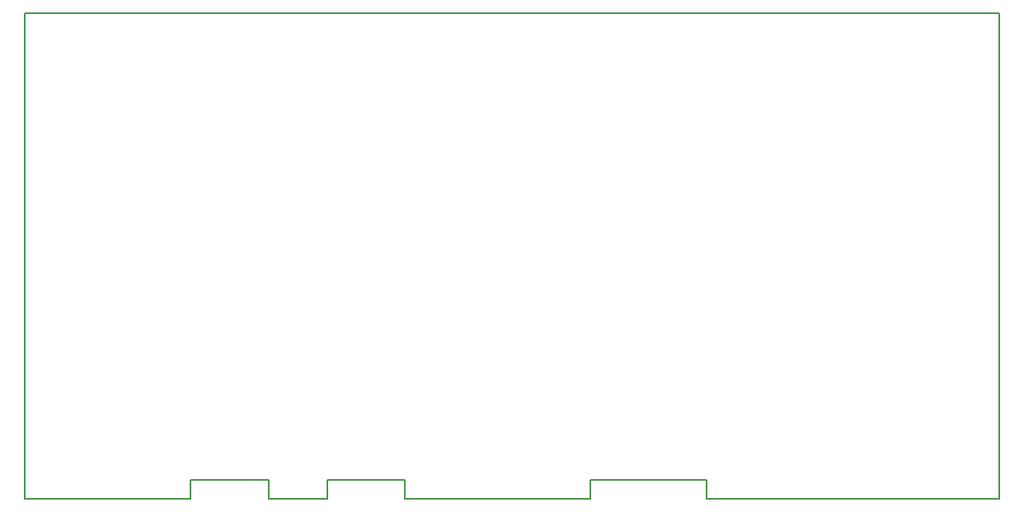
<source format=gbr>
G04 #@! TF.GenerationSoftware,KiCad,Pcbnew,(5.0.2)-1*
G04 #@! TF.CreationDate,2019-04-19T06:38:29+02:00*
G04 #@! TF.ProjectId,n2adr,6e326164-722e-46b6-9963-61645f706362,E5b8*
G04 #@! TF.SameCoordinates,PX3dfd240PY3473bc0*
G04 #@! TF.FileFunction,Profile,NP*
%FSLAX46Y46*%
G04 Gerber Fmt 4.6, Leading zero omitted, Abs format (unit mm)*
G04 Created by KiCad (PCBNEW (5.0.2)-1) date 19/04/2019 06:38:29*
%MOMM*%
%LPD*%
G01*
G04 APERTURE LIST*
%ADD10C,0.150000*%
G04 APERTURE END LIST*
D10*
X39000000Y-50000000D02*
X58000000Y-50000000D01*
X39000000Y-48000000D02*
X39000000Y-50000000D01*
X31000000Y-48000000D02*
X39000000Y-48000000D01*
X31000000Y-50000000D02*
X31000000Y-48000000D01*
X25000000Y-50000000D02*
X31000000Y-50000000D01*
X25000000Y-48000000D02*
X25000000Y-50000000D01*
X17000000Y-48000000D02*
X25000000Y-48000000D01*
X17000000Y-50000000D02*
X17000000Y-48000000D01*
X0Y-50000000D02*
X17000000Y-50000000D01*
X58000000Y-48000000D02*
X58000000Y-50000000D01*
X70000000Y-48000000D02*
X58000000Y-48000000D01*
X70000000Y-50000000D02*
X70000000Y-48000000D01*
X100000000Y-50000000D02*
X70000000Y-50000000D01*
X0Y-50000000D02*
X0Y0D01*
X100000000Y0D02*
X100000000Y-50000000D01*
X0Y0D02*
X100000000Y0D01*
M02*

</source>
